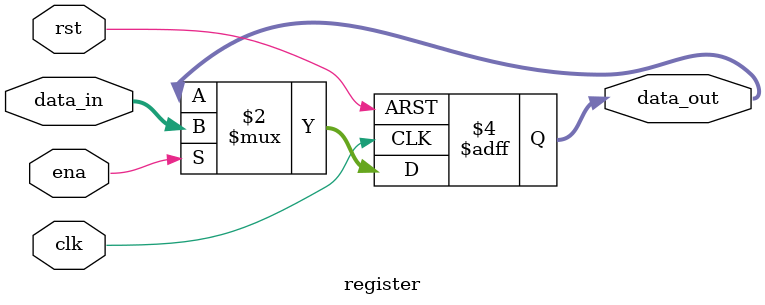
<source format=v>
`timescale 1ns / 1ps

module register #(parameter init = 32'h0)
              (input clk,
               input rst,
               input ena,
               input [31:0] data_in,
               output reg [31:0] data_out);
    
    always @ (negedge clk, posedge rst) begin
        if (rst) begin
            data_out <= init;
        end
        else if (ena) begin
            data_out <= data_in;
        end
    end
endmodule
</source>
